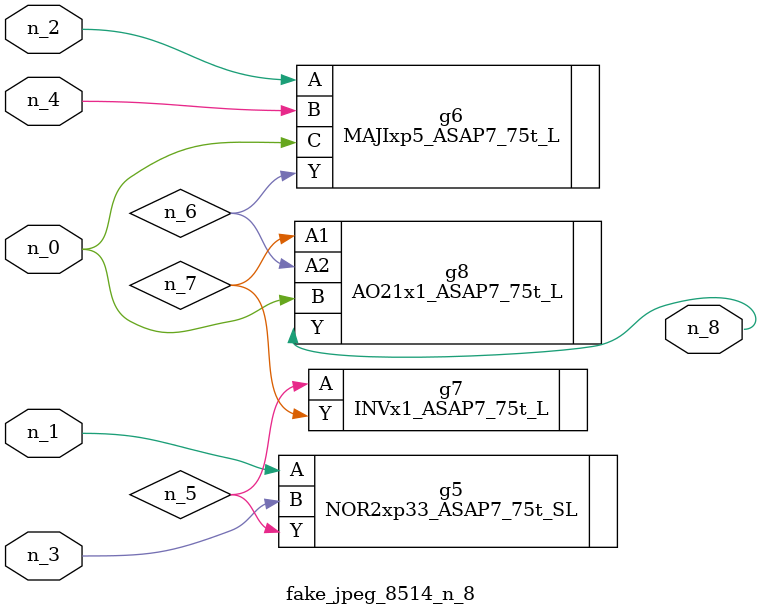
<source format=v>
module fake_jpeg_8514_n_8 (n_3, n_2, n_1, n_0, n_4, n_8);

input n_3;
input n_2;
input n_1;
input n_0;
input n_4;

output n_8;

wire n_6;
wire n_5;
wire n_7;

NOR2xp33_ASAP7_75t_SL g5 ( 
.A(n_1),
.B(n_3),
.Y(n_5)
);

MAJIxp5_ASAP7_75t_L g6 ( 
.A(n_2),
.B(n_4),
.C(n_0),
.Y(n_6)
);

INVx1_ASAP7_75t_L g7 ( 
.A(n_5),
.Y(n_7)
);

AO21x1_ASAP7_75t_L g8 ( 
.A1(n_7),
.A2(n_6),
.B(n_0),
.Y(n_8)
);


endmodule
</source>
